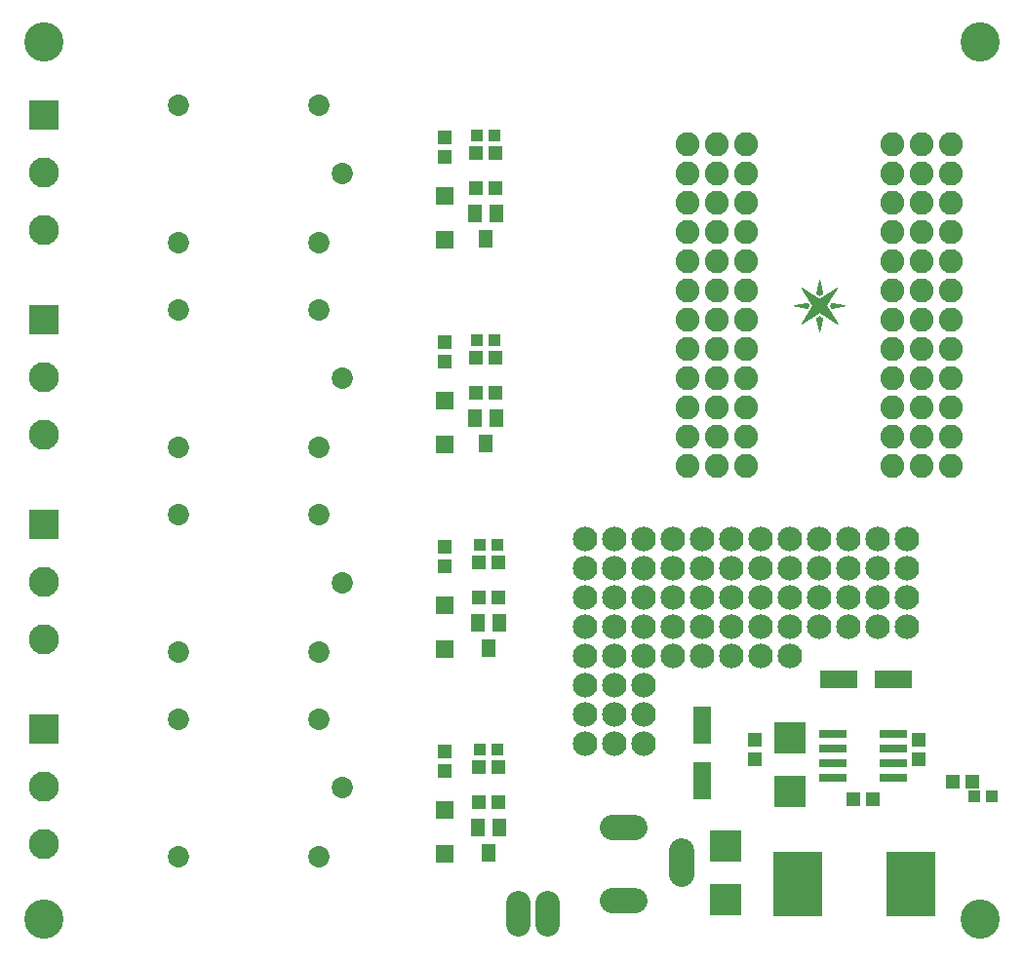
<source format=gts>
G75*
%MOIN*%
%OFA0B0*%
%FSLAX24Y24*%
%IPPOS*%
%LPD*%
%AMOC8*
5,1,8,0,0,1.08239X$1,22.5*
%
%ADD10C,0.1340*%
%ADD11C,0.0010*%
%ADD12C,0.0730*%
%ADD13R,0.1030X0.1030*%
%ADD14C,0.1030*%
%ADD15R,0.0395X0.0395*%
%ADD16R,0.0474X0.0513*%
%ADD17R,0.0513X0.0474*%
%ADD18C,0.0820*%
%ADD19C,0.0820*%
%ADD20C,0.0867*%
%ADD21R,0.0474X0.0631*%
%ADD22R,0.0631X0.0631*%
%ADD23R,0.0631X0.1261*%
%ADD24R,0.1261X0.0631*%
%ADD25R,0.1080X0.1080*%
%ADD26R,0.0946X0.0316*%
%ADD27R,0.1655X0.2206*%
%ADD28C,0.0840*%
D10*
X005833Y006393D03*
X005833Y036393D03*
X037833Y036393D03*
X037833Y006393D03*
D11*
X032333Y026513D02*
X032433Y026953D01*
X032333Y027023D01*
X032233Y026953D01*
X032333Y026513D01*
X032332Y026518D02*
X032334Y026518D01*
X032330Y026526D02*
X032336Y026526D01*
X032338Y026535D02*
X032328Y026535D01*
X032326Y026543D02*
X032340Y026543D01*
X032342Y026552D02*
X032324Y026552D01*
X032322Y026560D02*
X032344Y026560D01*
X032346Y026569D02*
X032320Y026569D01*
X032318Y026577D02*
X032348Y026577D01*
X032349Y026586D02*
X032316Y026586D01*
X032315Y026594D02*
X032351Y026594D01*
X032353Y026603D02*
X032313Y026603D01*
X032311Y026611D02*
X032355Y026611D01*
X032357Y026620D02*
X032309Y026620D01*
X032307Y026628D02*
X032359Y026628D01*
X032361Y026637D02*
X032305Y026637D01*
X032303Y026645D02*
X032363Y026645D01*
X032365Y026654D02*
X032301Y026654D01*
X032299Y026662D02*
X032367Y026662D01*
X032369Y026671D02*
X032297Y026671D01*
X032295Y026679D02*
X032371Y026679D01*
X032373Y026688D02*
X032293Y026688D01*
X032291Y026696D02*
X032375Y026696D01*
X032376Y026705D02*
X032289Y026705D01*
X032287Y026713D02*
X032378Y026713D01*
X032380Y026722D02*
X032286Y026722D01*
X032284Y026730D02*
X032382Y026730D01*
X032384Y026739D02*
X032282Y026739D01*
X032280Y026747D02*
X032386Y026747D01*
X032388Y026756D02*
X032278Y026756D01*
X032276Y026764D02*
X032390Y026764D01*
X032392Y026773D02*
X032274Y026773D01*
X032272Y026781D02*
X032394Y026781D01*
X032396Y026790D02*
X032270Y026790D01*
X032268Y026798D02*
X032398Y026798D01*
X032400Y026807D02*
X032266Y026807D01*
X032264Y026815D02*
X032402Y026815D01*
X032404Y026824D02*
X032262Y026824D01*
X032260Y026832D02*
X032405Y026832D01*
X032407Y026841D02*
X032258Y026841D01*
X032257Y026849D02*
X032409Y026849D01*
X032411Y026858D02*
X032255Y026858D01*
X032253Y026866D02*
X032413Y026866D01*
X032415Y026875D02*
X032251Y026875D01*
X032249Y026883D02*
X032417Y026883D01*
X032419Y026892D02*
X032247Y026892D01*
X032245Y026900D02*
X032421Y026900D01*
X032423Y026909D02*
X032243Y026909D01*
X032241Y026917D02*
X032425Y026917D01*
X032427Y026926D02*
X032239Y026926D01*
X032237Y026934D02*
X032429Y026934D01*
X032431Y026943D02*
X032235Y026943D01*
X032233Y026951D02*
X032433Y026951D01*
X032423Y026960D02*
X032242Y026960D01*
X032255Y026968D02*
X032411Y026968D01*
X032399Y026977D02*
X032267Y026977D01*
X032279Y026985D02*
X032387Y026985D01*
X032375Y026994D02*
X032291Y026994D01*
X032303Y027002D02*
X032363Y027002D01*
X032351Y027011D02*
X032315Y027011D01*
X032327Y027019D02*
X032338Y027019D01*
X032411Y027121D02*
X032726Y027121D01*
X032731Y027113D02*
X032424Y027113D01*
X032437Y027104D02*
X032736Y027104D01*
X032742Y027096D02*
X032450Y027096D01*
X032463Y027087D02*
X032747Y027087D01*
X032753Y027079D02*
X032476Y027079D01*
X032488Y027070D02*
X032758Y027070D01*
X032763Y027062D02*
X032501Y027062D01*
X032514Y027053D02*
X032769Y027053D01*
X032774Y027045D02*
X032527Y027045D01*
X032540Y027036D02*
X032780Y027036D01*
X032785Y027028D02*
X032553Y027028D01*
X032566Y027019D02*
X032790Y027019D01*
X032796Y027011D02*
X032578Y027011D01*
X032591Y027002D02*
X032801Y027002D01*
X032807Y026994D02*
X032604Y026994D01*
X032617Y026985D02*
X032812Y026985D01*
X032817Y026977D02*
X032630Y026977D01*
X032643Y026968D02*
X032823Y026968D01*
X032828Y026960D02*
X032656Y026960D01*
X032668Y026951D02*
X032833Y026951D01*
X032839Y026943D02*
X032681Y026943D01*
X032694Y026934D02*
X032844Y026934D01*
X032850Y026926D02*
X032707Y026926D01*
X032720Y026917D02*
X032855Y026917D01*
X032860Y026909D02*
X032733Y026909D01*
X032746Y026900D02*
X032866Y026900D01*
X032871Y026892D02*
X032758Y026892D01*
X032771Y026883D02*
X032877Y026883D01*
X032882Y026875D02*
X032784Y026875D01*
X032797Y026866D02*
X032887Y026866D01*
X032893Y026858D02*
X032810Y026858D01*
X032823Y026849D02*
X032898Y026849D01*
X032904Y026841D02*
X032836Y026841D01*
X032848Y026832D02*
X032909Y026832D01*
X032914Y026824D02*
X032861Y026824D01*
X032874Y026815D02*
X032920Y026815D01*
X032925Y026807D02*
X032887Y026807D01*
X032900Y026798D02*
X032931Y026798D01*
X032936Y026790D02*
X032913Y026790D01*
X032926Y026781D02*
X032941Y026781D01*
X032938Y026773D02*
X032947Y026773D01*
X032951Y026764D02*
X032952Y026764D01*
X032953Y026763D02*
X032553Y027393D01*
X032933Y028003D01*
X032333Y027613D01*
X031723Y027993D01*
X032103Y027393D01*
X031723Y026773D01*
X032333Y027173D01*
X032953Y026763D01*
X032720Y027130D02*
X032399Y027130D01*
X032386Y027138D02*
X032715Y027138D01*
X032709Y027147D02*
X032373Y027147D01*
X032360Y027155D02*
X032704Y027155D01*
X032699Y027164D02*
X032347Y027164D01*
X032334Y027172D02*
X032693Y027172D01*
X032688Y027181D02*
X031973Y027181D01*
X031978Y027189D02*
X032682Y027189D01*
X032677Y027198D02*
X031983Y027198D01*
X031988Y027206D02*
X032672Y027206D01*
X032666Y027215D02*
X031994Y027215D01*
X031999Y027223D02*
X032661Y027223D01*
X032655Y027232D02*
X032004Y027232D01*
X032009Y027240D02*
X032650Y027240D01*
X032645Y027249D02*
X032014Y027249D01*
X032020Y027257D02*
X032639Y027257D01*
X032634Y027266D02*
X032025Y027266D01*
X032030Y027274D02*
X032628Y027274D01*
X032623Y027283D02*
X032035Y027283D01*
X032041Y027291D02*
X032618Y027291D01*
X032612Y027300D02*
X032046Y027300D01*
X032051Y027308D02*
X032607Y027308D01*
X032601Y027317D02*
X032056Y027317D01*
X032061Y027325D02*
X032596Y027325D01*
X032591Y027334D02*
X032067Y027334D01*
X032072Y027342D02*
X032585Y027342D01*
X032580Y027351D02*
X032077Y027351D01*
X032082Y027359D02*
X032574Y027359D01*
X032569Y027368D02*
X032087Y027368D01*
X032093Y027376D02*
X032564Y027376D01*
X032558Y027385D02*
X032098Y027385D01*
X032103Y027393D02*
X032553Y027393D01*
X032558Y027402D02*
X032097Y027402D01*
X032092Y027410D02*
X032564Y027410D01*
X032569Y027419D02*
X032087Y027419D01*
X032081Y027427D02*
X032574Y027427D01*
X032580Y027436D02*
X032076Y027436D01*
X032071Y027444D02*
X032585Y027444D01*
X032590Y027453D02*
X032065Y027453D01*
X032060Y027461D02*
X032595Y027461D01*
X032601Y027470D02*
X032054Y027470D01*
X032049Y027478D02*
X032606Y027478D01*
X032611Y027487D02*
X032044Y027487D01*
X032038Y027495D02*
X032617Y027495D01*
X032622Y027504D02*
X032033Y027504D01*
X032027Y027512D02*
X032627Y027512D01*
X032632Y027521D02*
X032022Y027521D01*
X032017Y027529D02*
X032638Y027529D01*
X032643Y027538D02*
X032011Y027538D01*
X032006Y027546D02*
X032648Y027546D01*
X032654Y027555D02*
X032001Y027555D01*
X031995Y027563D02*
X032659Y027563D01*
X032664Y027572D02*
X031990Y027572D01*
X031984Y027580D02*
X032670Y027580D01*
X032675Y027589D02*
X031979Y027589D01*
X031974Y027597D02*
X032680Y027597D01*
X032685Y027606D02*
X031968Y027606D01*
X031963Y027614D02*
X032331Y027614D01*
X032335Y027614D02*
X032691Y027614D01*
X032696Y027623D02*
X032348Y027623D01*
X032361Y027631D02*
X032701Y027631D01*
X032707Y027640D02*
X032374Y027640D01*
X032387Y027648D02*
X032712Y027648D01*
X032717Y027657D02*
X032400Y027657D01*
X032413Y027665D02*
X032722Y027665D01*
X032728Y027674D02*
X032426Y027674D01*
X032439Y027682D02*
X032733Y027682D01*
X032738Y027691D02*
X032452Y027691D01*
X032465Y027699D02*
X032744Y027699D01*
X032749Y027708D02*
X032479Y027708D01*
X032492Y027716D02*
X032754Y027716D01*
X032760Y027725D02*
X032505Y027725D01*
X032518Y027733D02*
X032765Y027733D01*
X032770Y027742D02*
X032531Y027742D01*
X032544Y027750D02*
X032775Y027750D01*
X032781Y027759D02*
X032557Y027759D01*
X032570Y027767D02*
X032786Y027767D01*
X032791Y027776D02*
X032583Y027776D01*
X032596Y027784D02*
X032797Y027784D01*
X032802Y027793D02*
X032609Y027793D01*
X032622Y027801D02*
X032807Y027801D01*
X032813Y027810D02*
X032635Y027810D01*
X032649Y027818D02*
X032818Y027818D01*
X032823Y027827D02*
X032662Y027827D01*
X032675Y027835D02*
X032828Y027835D01*
X032834Y027844D02*
X032688Y027844D01*
X032701Y027852D02*
X032839Y027852D01*
X032844Y027861D02*
X032714Y027861D01*
X032727Y027869D02*
X032850Y027869D01*
X032855Y027878D02*
X032740Y027878D01*
X032753Y027886D02*
X032860Y027886D01*
X032865Y027895D02*
X032766Y027895D01*
X032779Y027903D02*
X032871Y027903D01*
X032876Y027912D02*
X032792Y027912D01*
X032806Y027920D02*
X032881Y027920D01*
X032887Y027929D02*
X032819Y027929D01*
X032832Y027937D02*
X032892Y027937D01*
X032897Y027946D02*
X032845Y027946D01*
X032858Y027954D02*
X032903Y027954D01*
X032908Y027963D02*
X032871Y027963D01*
X032884Y027971D02*
X032913Y027971D01*
X032918Y027980D02*
X032897Y027980D01*
X032910Y027988D02*
X032924Y027988D01*
X032923Y027997D02*
X032929Y027997D01*
X032417Y027886D02*
X032249Y027886D01*
X032247Y027878D02*
X032419Y027878D01*
X032421Y027869D02*
X032245Y027869D01*
X032243Y027861D02*
X032423Y027861D01*
X032424Y027852D02*
X032241Y027852D01*
X032240Y027844D02*
X032426Y027844D01*
X032428Y027835D02*
X032238Y027835D01*
X032236Y027827D02*
X032430Y027827D01*
X032432Y027818D02*
X032234Y027818D01*
X032233Y027813D02*
X032333Y027753D01*
X032433Y027813D01*
X032333Y028273D01*
X032233Y027813D01*
X032239Y027810D02*
X032427Y027810D01*
X032413Y027801D02*
X032253Y027801D01*
X032267Y027793D02*
X032399Y027793D01*
X032385Y027784D02*
X032281Y027784D01*
X032295Y027776D02*
X032371Y027776D01*
X032357Y027767D02*
X032309Y027767D01*
X032324Y027759D02*
X032342Y027759D01*
X032277Y027648D02*
X031941Y027648D01*
X031947Y027640D02*
X032290Y027640D01*
X032304Y027631D02*
X031952Y027631D01*
X031957Y027623D02*
X032317Y027623D01*
X032263Y027657D02*
X031936Y027657D01*
X031931Y027665D02*
X032249Y027665D01*
X032236Y027674D02*
X031925Y027674D01*
X031920Y027682D02*
X032222Y027682D01*
X032208Y027691D02*
X031914Y027691D01*
X031909Y027699D02*
X032195Y027699D01*
X032181Y027708D02*
X031904Y027708D01*
X031898Y027716D02*
X032167Y027716D01*
X032154Y027725D02*
X031893Y027725D01*
X031888Y027733D02*
X032140Y027733D01*
X032126Y027742D02*
X031882Y027742D01*
X031877Y027750D02*
X032113Y027750D01*
X032099Y027759D02*
X031871Y027759D01*
X031866Y027767D02*
X032085Y027767D01*
X032072Y027776D02*
X031861Y027776D01*
X031855Y027784D02*
X032058Y027784D01*
X032045Y027793D02*
X031850Y027793D01*
X031844Y027801D02*
X032031Y027801D01*
X032017Y027810D02*
X031839Y027810D01*
X031834Y027818D02*
X032004Y027818D01*
X031990Y027827D02*
X031828Y027827D01*
X031823Y027835D02*
X031976Y027835D01*
X031963Y027844D02*
X031818Y027844D01*
X031812Y027852D02*
X031949Y027852D01*
X031935Y027861D02*
X031807Y027861D01*
X031801Y027869D02*
X031922Y027869D01*
X031908Y027878D02*
X031796Y027878D01*
X031791Y027886D02*
X031894Y027886D01*
X031881Y027895D02*
X031785Y027895D01*
X031780Y027903D02*
X031867Y027903D01*
X031854Y027912D02*
X031774Y027912D01*
X031769Y027920D02*
X031840Y027920D01*
X031826Y027929D02*
X031764Y027929D01*
X031758Y027937D02*
X031813Y027937D01*
X031799Y027946D02*
X031753Y027946D01*
X031748Y027954D02*
X031785Y027954D01*
X031772Y027963D02*
X031742Y027963D01*
X031737Y027971D02*
X031758Y027971D01*
X031744Y027980D02*
X031731Y027980D01*
X031731Y027988D02*
X031726Y027988D01*
X032251Y027895D02*
X032415Y027895D01*
X032413Y027903D02*
X032253Y027903D01*
X032254Y027912D02*
X032411Y027912D01*
X032410Y027920D02*
X032256Y027920D01*
X032258Y027929D02*
X032408Y027929D01*
X032406Y027937D02*
X032260Y027937D01*
X032262Y027946D02*
X032404Y027946D01*
X032402Y027954D02*
X032264Y027954D01*
X032265Y027963D02*
X032400Y027963D01*
X032399Y027971D02*
X032267Y027971D01*
X032269Y027980D02*
X032397Y027980D01*
X032395Y027988D02*
X032271Y027988D01*
X032273Y027997D02*
X032393Y027997D01*
X032391Y028005D02*
X032275Y028005D01*
X032277Y028014D02*
X032389Y028014D01*
X032387Y028022D02*
X032278Y028022D01*
X032280Y028031D02*
X032386Y028031D01*
X032384Y028039D02*
X032282Y028039D01*
X032284Y028048D02*
X032382Y028048D01*
X032380Y028056D02*
X032286Y028056D01*
X032288Y028065D02*
X032378Y028065D01*
X032376Y028073D02*
X032289Y028073D01*
X032291Y028082D02*
X032375Y028082D01*
X032373Y028090D02*
X032293Y028090D01*
X032295Y028099D02*
X032371Y028099D01*
X032369Y028107D02*
X032297Y028107D01*
X032299Y028116D02*
X032367Y028116D01*
X032365Y028124D02*
X032301Y028124D01*
X032302Y028133D02*
X032363Y028133D01*
X032362Y028141D02*
X032304Y028141D01*
X032306Y028150D02*
X032360Y028150D01*
X032358Y028158D02*
X032308Y028158D01*
X032310Y028167D02*
X032356Y028167D01*
X032354Y028175D02*
X032312Y028175D01*
X032314Y028184D02*
X032352Y028184D01*
X032351Y028192D02*
X032315Y028192D01*
X032317Y028201D02*
X032349Y028201D01*
X032347Y028209D02*
X032319Y028209D01*
X032321Y028218D02*
X032345Y028218D01*
X032343Y028226D02*
X032323Y028226D01*
X032325Y028235D02*
X032341Y028235D01*
X032339Y028243D02*
X032326Y028243D01*
X032328Y028252D02*
X032338Y028252D01*
X032336Y028260D02*
X032330Y028260D01*
X032332Y028269D02*
X032334Y028269D01*
X032753Y027483D02*
X033193Y027393D01*
X032753Y027303D01*
X032693Y027393D01*
X032753Y027483D01*
X032750Y027478D02*
X032777Y027478D01*
X032744Y027470D02*
X032818Y027470D01*
X032860Y027461D02*
X032738Y027461D01*
X032733Y027453D02*
X032901Y027453D01*
X032943Y027444D02*
X032727Y027444D01*
X032721Y027436D02*
X032984Y027436D01*
X033026Y027427D02*
X032716Y027427D01*
X032710Y027419D02*
X033068Y027419D01*
X033109Y027410D02*
X032704Y027410D01*
X032699Y027402D02*
X033151Y027402D01*
X033152Y027385D02*
X032699Y027385D01*
X032704Y027376D02*
X033111Y027376D01*
X033069Y027368D02*
X032710Y027368D01*
X032716Y027359D02*
X033027Y027359D01*
X032986Y027351D02*
X032721Y027351D01*
X032727Y027342D02*
X032944Y027342D01*
X032903Y027334D02*
X032733Y027334D01*
X032738Y027325D02*
X032861Y027325D01*
X032820Y027317D02*
X032744Y027317D01*
X032750Y027308D02*
X032778Y027308D01*
X032693Y027393D02*
X033192Y027393D01*
X032332Y027172D02*
X031968Y027172D01*
X031962Y027164D02*
X032319Y027164D01*
X032306Y027155D02*
X031957Y027155D01*
X031952Y027147D02*
X032293Y027147D01*
X032280Y027138D02*
X031947Y027138D01*
X031942Y027130D02*
X032267Y027130D01*
X032254Y027121D02*
X031936Y027121D01*
X031931Y027113D02*
X032241Y027113D01*
X032228Y027104D02*
X031926Y027104D01*
X031921Y027096D02*
X032215Y027096D01*
X032202Y027087D02*
X031915Y027087D01*
X031910Y027079D02*
X032189Y027079D01*
X032176Y027070D02*
X031905Y027070D01*
X031900Y027062D02*
X032163Y027062D01*
X032150Y027053D02*
X031895Y027053D01*
X031889Y027045D02*
X032137Y027045D01*
X032124Y027036D02*
X031884Y027036D01*
X031879Y027028D02*
X032111Y027028D01*
X032098Y027019D02*
X031874Y027019D01*
X031869Y027011D02*
X032085Y027011D01*
X032072Y027002D02*
X031863Y027002D01*
X031858Y026994D02*
X032059Y026994D01*
X032046Y026985D02*
X031853Y026985D01*
X031848Y026977D02*
X032033Y026977D01*
X032021Y026968D02*
X031843Y026968D01*
X031837Y026960D02*
X032008Y026960D01*
X031995Y026951D02*
X031832Y026951D01*
X031827Y026943D02*
X031982Y026943D01*
X031969Y026934D02*
X031822Y026934D01*
X031816Y026926D02*
X031956Y026926D01*
X031943Y026917D02*
X031811Y026917D01*
X031806Y026909D02*
X031930Y026909D01*
X031917Y026900D02*
X031801Y026900D01*
X031796Y026892D02*
X031904Y026892D01*
X031891Y026883D02*
X031790Y026883D01*
X031785Y026875D02*
X031878Y026875D01*
X031865Y026866D02*
X031780Y026866D01*
X031775Y026858D02*
X031852Y026858D01*
X031839Y026849D02*
X031770Y026849D01*
X031764Y026841D02*
X031826Y026841D01*
X031813Y026832D02*
X031759Y026832D01*
X031754Y026824D02*
X031800Y026824D01*
X031787Y026815D02*
X031749Y026815D01*
X031744Y026807D02*
X031774Y026807D01*
X031761Y026798D02*
X031738Y026798D01*
X031733Y026790D02*
X031748Y026790D01*
X031735Y026781D02*
X031728Y026781D01*
X031843Y027317D02*
X031922Y027317D01*
X031928Y027325D02*
X031800Y027325D01*
X031756Y027334D02*
X031933Y027334D01*
X031939Y027342D02*
X031713Y027342D01*
X031669Y027351D02*
X031945Y027351D01*
X031950Y027359D02*
X031626Y027359D01*
X031583Y027368D02*
X031956Y027368D01*
X031962Y027376D02*
X031539Y027376D01*
X031541Y027410D02*
X031962Y027410D01*
X031967Y027402D02*
X031497Y027402D01*
X031496Y027385D02*
X031967Y027385D01*
X031973Y027393D02*
X031913Y027483D01*
X031453Y027393D01*
X031913Y027303D01*
X031973Y027393D01*
X031454Y027393D01*
X031584Y027419D02*
X031956Y027419D01*
X031950Y027427D02*
X031627Y027427D01*
X031671Y027436D02*
X031945Y027436D01*
X031939Y027444D02*
X031714Y027444D01*
X031758Y027453D02*
X031933Y027453D01*
X031928Y027461D02*
X031801Y027461D01*
X031845Y027470D02*
X031922Y027470D01*
X031916Y027478D02*
X031888Y027478D01*
X031887Y027308D02*
X031916Y027308D01*
D12*
X016023Y024893D03*
X015233Y022533D03*
X015233Y020253D03*
X016023Y017893D03*
X015233Y015533D03*
X015233Y013253D03*
X016023Y010893D03*
X015233Y008533D03*
X010433Y008533D03*
X010433Y013253D03*
X010433Y015533D03*
X010433Y020253D03*
X010433Y022533D03*
X010433Y027253D03*
X010433Y029533D03*
X015233Y029533D03*
X015233Y027253D03*
X016023Y031893D03*
X015233Y034253D03*
X010433Y034253D03*
D13*
X005833Y033893D03*
X005833Y026893D03*
X005833Y019893D03*
X005833Y012893D03*
D14*
X005833Y010925D03*
X005833Y008956D03*
X005833Y015956D03*
X005833Y017925D03*
X005833Y022956D03*
X005833Y024925D03*
X005833Y029956D03*
X005833Y031925D03*
D15*
X020638Y033193D03*
X021228Y033193D03*
X021228Y026193D03*
X020638Y026193D03*
X020738Y019193D03*
X021328Y019193D03*
X021328Y012193D03*
X020738Y012193D03*
X037638Y010593D03*
X038228Y010593D03*
D16*
X035733Y011859D03*
X035733Y012528D03*
X030133Y012528D03*
X030133Y011859D03*
X019533Y012128D03*
X019533Y011459D03*
X019533Y018459D03*
X019533Y019128D03*
X019533Y025459D03*
X019533Y026128D03*
X019533Y032459D03*
X019533Y033128D03*
D17*
X020598Y032593D03*
X021268Y032593D03*
X021268Y031393D03*
X020598Y031393D03*
X020598Y025593D03*
X021268Y025593D03*
X021268Y024393D03*
X020598Y024393D03*
X020698Y018593D03*
X021368Y018593D03*
X021368Y017393D03*
X020698Y017393D03*
X020698Y011593D03*
X021368Y011593D03*
X021368Y010393D03*
X020698Y010393D03*
X033498Y010493D03*
X034168Y010493D03*
X036898Y011093D03*
X037568Y011093D03*
D18*
X036833Y021893D03*
X036833Y022893D03*
X035833Y022893D03*
X035833Y021893D03*
X034833Y021893D03*
X034833Y022893D03*
X034833Y023893D03*
X035833Y023893D03*
X035833Y024893D03*
X034833Y024893D03*
X034833Y025893D03*
X035833Y025893D03*
X035833Y026893D03*
X034833Y026893D03*
X034833Y027893D03*
X035833Y027893D03*
X036833Y027893D03*
X036833Y026893D03*
X036833Y025893D03*
X036833Y024893D03*
X036833Y023893D03*
X036833Y028893D03*
X036833Y029893D03*
X035833Y029893D03*
X035833Y028893D03*
X034833Y028893D03*
X034833Y029893D03*
X034833Y030893D03*
X035833Y030893D03*
X035833Y031893D03*
X034833Y031893D03*
X034833Y032893D03*
X035833Y032893D03*
X036833Y032893D03*
X036833Y031893D03*
X036833Y030893D03*
X029833Y030893D03*
X028833Y030893D03*
X027833Y030893D03*
X027833Y031893D03*
X028833Y031893D03*
X029833Y031893D03*
X029833Y032893D03*
X028833Y032893D03*
X027833Y032893D03*
X027833Y029893D03*
X027833Y028893D03*
X028833Y028893D03*
X029833Y028893D03*
X029833Y029893D03*
X028833Y029893D03*
X028833Y027893D03*
X028833Y026893D03*
X028833Y025893D03*
X029833Y025893D03*
X029833Y026893D03*
X029833Y027893D03*
X027833Y027893D03*
X027833Y026893D03*
X027833Y025893D03*
X027833Y024893D03*
X027833Y023893D03*
X028833Y023893D03*
X029833Y023893D03*
X029833Y024893D03*
X028833Y024893D03*
X028833Y022893D03*
X028833Y021893D03*
X029833Y021893D03*
X029833Y022893D03*
X027833Y022893D03*
X027833Y021893D03*
D19*
X023033Y006963D02*
X023033Y006223D01*
X022033Y006223D02*
X022033Y006963D01*
D20*
X025255Y007046D02*
X026042Y007046D01*
X027617Y007952D02*
X027617Y008739D01*
X026042Y009526D02*
X025255Y009526D01*
D21*
X021407Y009526D03*
X020659Y009526D03*
X021033Y008660D03*
X021033Y015660D03*
X021407Y016526D03*
X020659Y016526D03*
X020933Y022660D03*
X021307Y023526D03*
X020559Y023526D03*
X020933Y029660D03*
X021307Y030526D03*
X020559Y030526D03*
D22*
X019533Y031141D03*
X019533Y029645D03*
X019533Y024141D03*
X019533Y022645D03*
X019533Y017141D03*
X019533Y015645D03*
X019533Y010141D03*
X019533Y008645D03*
D23*
X028333Y011148D03*
X028333Y013038D03*
D24*
X032988Y014593D03*
X034878Y014593D03*
D25*
X031333Y012618D03*
X031333Y010768D03*
X029133Y008918D03*
X029133Y007068D03*
D26*
X032809Y011243D03*
X032809Y011743D03*
X032809Y012243D03*
X032809Y012743D03*
X034857Y012743D03*
X034857Y012243D03*
X034857Y011743D03*
X034857Y011243D03*
D27*
X035462Y007593D03*
X031604Y007593D03*
D28*
X026333Y012393D03*
X025333Y012393D03*
X024333Y012393D03*
X024333Y013393D03*
X024333Y014393D03*
X024333Y015393D03*
X025333Y015393D03*
X025333Y014393D03*
X025333Y013393D03*
X026333Y013393D03*
X026333Y014393D03*
X026333Y015393D03*
X027333Y015393D03*
X028333Y015393D03*
X029333Y015393D03*
X030333Y015393D03*
X031333Y015393D03*
X031333Y016393D03*
X032333Y016393D03*
X032333Y017393D03*
X031333Y017393D03*
X030333Y017393D03*
X030333Y016393D03*
X029333Y016393D03*
X028333Y016393D03*
X028333Y017393D03*
X029333Y017393D03*
X029333Y018393D03*
X030333Y018393D03*
X030333Y019393D03*
X029333Y019393D03*
X028333Y019393D03*
X028333Y018393D03*
X027333Y018393D03*
X026333Y018393D03*
X025333Y018393D03*
X025333Y019393D03*
X026333Y019393D03*
X027333Y019393D03*
X027333Y017393D03*
X027333Y016393D03*
X026333Y016393D03*
X025333Y016393D03*
X025333Y017393D03*
X026333Y017393D03*
X024333Y017393D03*
X024333Y016393D03*
X024333Y018393D03*
X024333Y019393D03*
X031333Y019393D03*
X031333Y018393D03*
X032333Y018393D03*
X032333Y019393D03*
X033333Y019393D03*
X033333Y018393D03*
X034333Y018393D03*
X035333Y018393D03*
X035333Y019393D03*
X034333Y019393D03*
X034333Y017393D03*
X034333Y016393D03*
X035333Y016393D03*
X035333Y017393D03*
X033333Y017393D03*
X033333Y016393D03*
M02*

</source>
